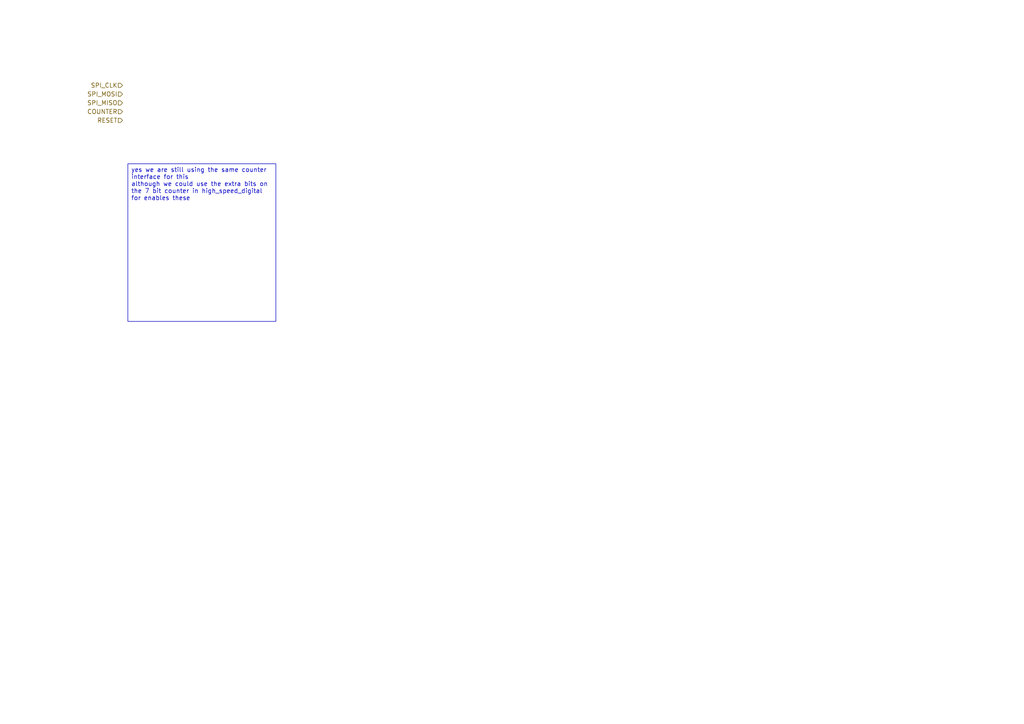
<source format=kicad_sch>
(kicad_sch
	(version 20231120)
	(generator "eeschema")
	(generator_version "8.0")
	(uuid "c6445c73-9131-4699-89d3-3e9355c981e2")
	(paper "A4")
	(lib_symbols)
	(text_box "yes we are still using the same counter interface for this\nalthough we could use the extra bits on the 7 bit counter in high_speed_digital for enables these"
		(exclude_from_sim no)
		(at 37.084 47.498 0)
		(size 42.926 45.72)
		(stroke
			(width 0)
			(type default)
		)
		(fill
			(type none)
		)
		(effects
			(font
				(size 1.27 1.27)
			)
			(justify left top)
		)
		(uuid "47126624-cbb1-4d57-b533-319b1f5f3a31")
	)
	(hierarchical_label "COUNTER"
		(shape input)
		(at 35.56 32.385 180)
		(fields_autoplaced yes)
		(effects
			(font
				(size 1.27 1.27)
			)
			(justify right)
		)
		(uuid "109f21ff-f9ab-4347-be68-d9feb3e1c7f9")
	)
	(hierarchical_label "SPI_MOSI"
		(shape input)
		(at 35.56 27.305 180)
		(fields_autoplaced yes)
		(effects
			(font
				(size 1.27 1.27)
			)
			(justify right)
		)
		(uuid "278eadd7-6608-49af-991b-1b24b3a10f90")
	)
	(hierarchical_label "SPI_MISO"
		(shape input)
		(at 35.56 29.845 180)
		(fields_autoplaced yes)
		(effects
			(font
				(size 1.27 1.27)
			)
			(justify right)
		)
		(uuid "5ae5cca2-258b-4dda-8864-b7dbdad431f0")
	)
	(hierarchical_label "SPI_CLK"
		(shape input)
		(at 35.56 24.765 180)
		(fields_autoplaced yes)
		(effects
			(font
				(size 1.27 1.27)
			)
			(justify right)
		)
		(uuid "83cb3266-088b-4e8f-9032-c8f7554c357d")
	)
	(hierarchical_label "RESET"
		(shape input)
		(at 35.56 34.925 180)
		(fields_autoplaced yes)
		(effects
			(font
				(size 1.27 1.27)
			)
			(justify right)
		)
		(uuid "e9bc415e-cf22-475a-879a-a91e8beac59a")
	)
)
</source>
